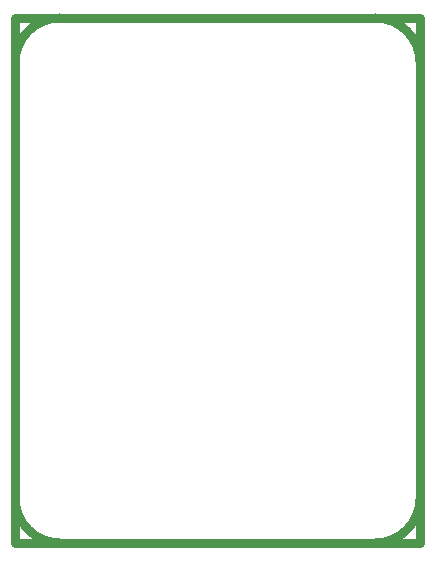
<source format=gbr>
G04 (created by PCBNEW (2013-may-18)-stable) date Tue 02 Jun 2015 12:26:30 PM CEST*
%MOIN*%
G04 Gerber Fmt 3.4, Leading zero omitted, Abs format*
%FSLAX34Y34*%
G01*
G70*
G90*
G04 APERTURE LIST*
%ADD10C,0.00590551*%
%ADD11C,0.0314961*%
G04 APERTURE END LIST*
G54D10*
G54D11*
X9250Y-27500D02*
G75*
G03X10750Y-29000I1500J0D01*
G74*
G01*
X21250Y-29000D02*
G75*
G03X22750Y-27500I0J1500D01*
G74*
G01*
X22750Y-13000D02*
G75*
G03X21250Y-11500I-1500J0D01*
G74*
G01*
X10750Y-11500D02*
G75*
G03X9250Y-13000I0J-1500D01*
G74*
G01*
X9250Y-29000D02*
X9250Y-11500D01*
X22750Y-29000D02*
X9250Y-29000D01*
X22750Y-11500D02*
X22750Y-29000D01*
X9250Y-11500D02*
X22750Y-11500D01*
M02*

</source>
